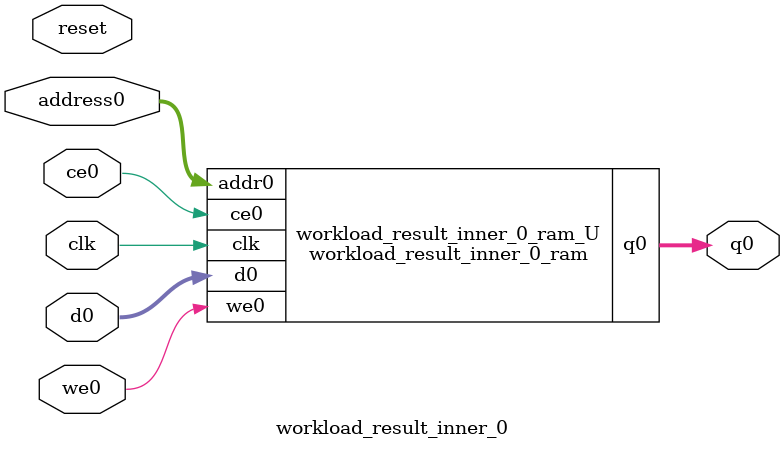
<source format=v>
`timescale 1 ns / 1 ps
module workload_result_inner_0_ram (addr0, ce0, d0, we0, q0,  clk);

parameter DWIDTH = 32;
parameter AWIDTH = 11;
parameter MEM_SIZE = 2048;

input[AWIDTH-1:0] addr0;
input ce0;
input[DWIDTH-1:0] d0;
input we0;
output reg[DWIDTH-1:0] q0;
input clk;

(* ram_style = "block" *)reg [DWIDTH-1:0] ram[0:MEM_SIZE-1];




always @(posedge clk)  
begin 
    if (ce0) begin
        if (we0) 
            ram[addr0] <= d0; 
        q0 <= ram[addr0];
    end
end


endmodule

`timescale 1 ns / 1 ps
module workload_result_inner_0(
    reset,
    clk,
    address0,
    ce0,
    we0,
    d0,
    q0);

parameter DataWidth = 32'd32;
parameter AddressRange = 32'd2048;
parameter AddressWidth = 32'd11;
input reset;
input clk;
input[AddressWidth - 1:0] address0;
input ce0;
input we0;
input[DataWidth - 1:0] d0;
output[DataWidth - 1:0] q0;



workload_result_inner_0_ram workload_result_inner_0_ram_U(
    .clk( clk ),
    .addr0( address0 ),
    .ce0( ce0 ),
    .we0( we0 ),
    .d0( d0 ),
    .q0( q0 ));

endmodule


</source>
